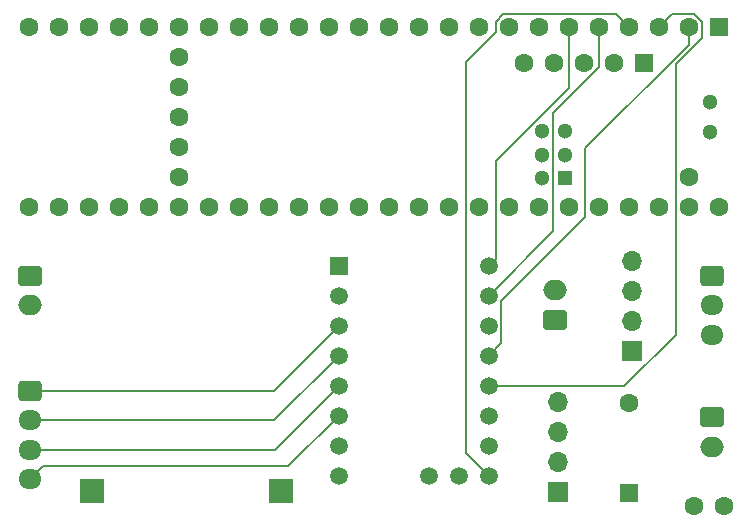
<source format=gbr>
%TF.GenerationSoftware,KiCad,Pcbnew,9.0.1*%
%TF.CreationDate,2025-05-12T18:56:40-04:00*%
%TF.ProjectId,arm,61726d2e-6b69-4636-9164-5f7063625858,rev?*%
%TF.SameCoordinates,Original*%
%TF.FileFunction,Copper,L4,Bot*%
%TF.FilePolarity,Positive*%
%FSLAX46Y46*%
G04 Gerber Fmt 4.6, Leading zero omitted, Abs format (unit mm)*
G04 Created by KiCad (PCBNEW 9.0.1) date 2025-05-12 18:56:40*
%MOMM*%
%LPD*%
G01*
G04 APERTURE LIST*
G04 Aperture macros list*
%AMRoundRect*
0 Rectangle with rounded corners*
0 $1 Rounding radius*
0 $2 $3 $4 $5 $6 $7 $8 $9 X,Y pos of 4 corners*
0 Add a 4 corners polygon primitive as box body*
4,1,4,$2,$3,$4,$5,$6,$7,$8,$9,$2,$3,0*
0 Add four circle primitives for the rounded corners*
1,1,$1+$1,$2,$3*
1,1,$1+$1,$4,$5*
1,1,$1+$1,$6,$7*
1,1,$1+$1,$8,$9*
0 Add four rect primitives between the rounded corners*
20,1,$1+$1,$2,$3,$4,$5,0*
20,1,$1+$1,$4,$5,$6,$7,0*
20,1,$1+$1,$6,$7,$8,$9,0*
20,1,$1+$1,$8,$9,$2,$3,0*%
G04 Aperture macros list end*
%TA.AperFunction,ComponentPad*%
%ADD10R,2.000000X2.000000*%
%TD*%
%TA.AperFunction,ComponentPad*%
%ADD11RoundRect,0.250000X0.750000X-0.600000X0.750000X0.600000X-0.750000X0.600000X-0.750000X-0.600000X0*%
%TD*%
%TA.AperFunction,ComponentPad*%
%ADD12O,2.000000X1.700000*%
%TD*%
%TA.AperFunction,ComponentPad*%
%ADD13RoundRect,0.250000X0.550000X-0.550000X0.550000X0.550000X-0.550000X0.550000X-0.550000X-0.550000X0*%
%TD*%
%TA.AperFunction,ComponentPad*%
%ADD14C,1.600000*%
%TD*%
%TA.AperFunction,ComponentPad*%
%ADD15RoundRect,0.250000X-0.750000X0.600000X-0.750000X-0.600000X0.750000X-0.600000X0.750000X0.600000X0*%
%TD*%
%TA.AperFunction,ComponentPad*%
%ADD16R,1.508000X1.508000*%
%TD*%
%TA.AperFunction,ComponentPad*%
%ADD17C,1.508000*%
%TD*%
%TA.AperFunction,ComponentPad*%
%ADD18R,1.700000X1.700000*%
%TD*%
%TA.AperFunction,ComponentPad*%
%ADD19O,1.700000X1.700000*%
%TD*%
%TA.AperFunction,ComponentPad*%
%ADD20RoundRect,0.250000X-0.725000X0.600000X-0.725000X-0.600000X0.725000X-0.600000X0.725000X0.600000X0*%
%TD*%
%TA.AperFunction,ComponentPad*%
%ADD21O,1.950000X1.700000*%
%TD*%
%TA.AperFunction,ComponentPad*%
%ADD22R,1.600000X1.600000*%
%TD*%
%TA.AperFunction,ComponentPad*%
%ADD23R,1.300000X1.300000*%
%TD*%
%TA.AperFunction,ComponentPad*%
%ADD24C,1.300000*%
%TD*%
%TA.AperFunction,Conductor*%
%ADD25C,0.200000*%
%TD*%
G04 APERTURE END LIST*
D10*
%TO.P,REF\u002A\u002A,1*%
%TO.N,N/C*%
X137500000Y-115250000D03*
%TD*%
D11*
%TO.P,5V,1,Pin_1*%
%TO.N,/Vin*%
X160700000Y-100750000D03*
D12*
%TO.P,5V,2,Pin_2*%
%TO.N,GND*%
X160700000Y-98250000D03*
%TD*%
D13*
%TO.P,SW,1*%
%TO.N,/24V*%
X167000000Y-115370000D03*
D14*
%TO.P,SW,2*%
%TO.N,/Switch*%
X167000000Y-107750000D03*
%TD*%
D15*
%TO.P,RX/TX,1,Pin_1*%
%TO.N,Net-(RX1-Pin_1)*%
X116250000Y-97000000D03*
D12*
%TO.P,RX/TX,2,Pin_2*%
%TO.N,Net-(RX1-Pin_2)*%
X116250000Y-99500000D03*
%TD*%
D16*
%TO.P,TMC_2209,1,GND*%
%TO.N,GND*%
X142400000Y-96170000D03*
D17*
%TO.P,TMC_2209,2,VIO*%
%TO.N,/VIO*%
X142400000Y-98710000D03*
%TO.P,TMC_2209,3,MA1*%
%TO.N,/A1*%
X142400000Y-101250000D03*
%TO.P,TMC_2209,4,MA2*%
%TO.N,/A2*%
X142400000Y-103790000D03*
%TO.P,TMC_2209,5,MB1*%
%TO.N,/B1*%
X142400000Y-106330000D03*
%TO.P,TMC_2209,6,MB2*%
%TO.N,/B2*%
X142400000Y-108870000D03*
%TO.P,TMC_2209,7,GND*%
%TO.N,GND*%
X142400000Y-111410000D03*
%TO.P,TMC_2209,8,VM*%
%TO.N,/24V*%
X142400000Y-113950000D03*
%TO.P,TMC_2209,9,DIR*%
%TO.N,Net-(TMC_2209-DIR)*%
X155100000Y-96170000D03*
%TO.P,TMC_2209,10,STEP*%
%TO.N,Net-(TMC_2209-STEP)*%
X155100000Y-98710000D03*
%TO.P,TMC_2209,11,CLK*%
%TO.N,unconnected-(TMC_2209-CLK-Pad11)*%
X155100000Y-101250000D03*
%TO.P,TMC_2209,12,TX*%
%TO.N,Net-(TMC_2209-TX)*%
X155100000Y-103790000D03*
%TO.P,TMC_2209,13,RX*%
%TO.N,Net-(TMC_2209-RX)*%
X155100000Y-106330000D03*
%TO.P,TMC_2209,14,MS2*%
%TO.N,unconnected-(TMC_2209-MS2-Pad14)*%
X155100000Y-108870000D03*
%TO.P,TMC_2209,15,MS1*%
%TO.N,unconnected-(TMC_2209-MS1-Pad15)*%
X155100000Y-111410000D03*
%TO.P,TMC_2209,16,~{EN}*%
%TO.N,Net-(TMC_2209-~{EN})*%
X155100000Y-113950000D03*
%TO.P,TMC_2209,17,INDEX*%
%TO.N,unconnected-(TMC_2209-INDEX-Pad17)*%
X150020000Y-113950000D03*
%TO.P,TMC_2209,18,DIAG*%
%TO.N,unconnected-(TMC_2209-DIAG-Pad18)*%
X152560000Y-113950000D03*
%TD*%
D10*
%TO.P,REF\u002A\u002A,1*%
%TO.N,N/C*%
X121500000Y-115250000D03*
%TD*%
D18*
%TO.P,Ground,1,Pin_1*%
%TO.N,GND*%
X167250000Y-103370000D03*
D19*
%TO.P,Ground,2,Pin_2*%
X167250000Y-100830000D03*
%TO.P,Ground,3,Pin_3*%
X167250000Y-98290000D03*
%TO.P,Ground,4,Pin_4*%
X167250000Y-95750000D03*
%TD*%
D14*
%TO.P,C1,1*%
%TO.N,/24V*%
X175000000Y-116500000D03*
%TO.P,C1,2*%
%TO.N,GND*%
X172500000Y-116500000D03*
%TD*%
D15*
%TO.P,24V,1,Pin_1*%
%TO.N,GND*%
X174000000Y-109000000D03*
D12*
%TO.P,24V,2,Pin_2*%
%TO.N,/Switch*%
X174000000Y-111500000D03*
%TD*%
D20*
%TO.P,Stepper,1,Pin_1*%
%TO.N,/A1*%
X116250000Y-106750000D03*
D21*
%TO.P,Stepper,2,Pin_2*%
%TO.N,/A2*%
X116250000Y-109250000D03*
%TO.P,Stepper,3,Pin_3*%
%TO.N,/B1*%
X116250000Y-111750000D03*
%TO.P,Stepper,4,Pin_4*%
%TO.N,/B2*%
X116250000Y-114250000D03*
%TD*%
D22*
%TO.P,Teensy1,1,GND*%
%TO.N,unconnected-(Teensy1-GND-Pad1)*%
X174570000Y-75948400D03*
D14*
%TO.P,Teensy1,2,0_RX1_CRX2_CS1*%
%TO.N,Net-(TMC_2209-TX)*%
X172030000Y-75948400D03*
%TO.P,Teensy1,3,1_TX1_CTX2_MISO1*%
%TO.N,Net-(TMC_2209-RX)*%
X169490000Y-75948400D03*
%TO.P,Teensy1,4,2_OUT2*%
%TO.N,Net-(TMC_2209-~{EN})*%
X166950000Y-75948400D03*
%TO.P,Teensy1,5,3_LRCLK2*%
%TO.N,Net-(TMC_2209-STEP)*%
X164410000Y-75948400D03*
%TO.P,Teensy1,6,4_BCLK2*%
%TO.N,Net-(TMC_2209-DIR)*%
X161870000Y-75948400D03*
%TO.P,Teensy1,7,5_IN2*%
%TO.N,unconnected-(Teensy1-5_IN2-Pad7)*%
X159330000Y-75948400D03*
%TO.P,Teensy1,8,6_OUT1D*%
%TO.N,unconnected-(Teensy1-6_OUT1D-Pad8)*%
X156790000Y-75948400D03*
%TO.P,Teensy1,9,7_RX2_OUT1A*%
%TO.N,Net-(RX1-Pin_2)*%
X154250000Y-75948400D03*
%TO.P,Teensy1,10,8_TX2_IN1*%
%TO.N,Net-(RX1-Pin_1)*%
X151710000Y-75948400D03*
%TO.P,Teensy1,11,9_OUT1C*%
%TO.N,unconnected-(Teensy1-9_OUT1C-Pad11)*%
X149170000Y-75948400D03*
%TO.P,Teensy1,12,10_CS_MQSR*%
%TO.N,unconnected-(Teensy1-10_CS_MQSR-Pad12)*%
X146630000Y-75948400D03*
%TO.P,Teensy1,13,11_MOSI_CTX1*%
%TO.N,unconnected-(Teensy1-11_MOSI_CTX1-Pad13)*%
X144090000Y-75948400D03*
%TO.P,Teensy1,14,12_MISO_MQSL*%
%TO.N,unconnected-(Teensy1-12_MISO_MQSL-Pad14)*%
X141550000Y-75948400D03*
%TO.P,Teensy1,15,3V3*%
%TO.N,unconnected-(Teensy1-3V3-Pad15)*%
X139010000Y-75948400D03*
%TO.P,Teensy1,16,24_A10_TX6_SCL2*%
%TO.N,unconnected-(Teensy1-24_A10_TX6_SCL2-Pad16)*%
X136470000Y-75948400D03*
%TO.P,Teensy1,17,25_A11_RX6_SDA2*%
%TO.N,unconnected-(Teensy1-25_A11_RX6_SDA2-Pad17)*%
X133930000Y-75948400D03*
%TO.P,Teensy1,18,26_A12_MOSI1*%
%TO.N,unconnected-(Teensy1-26_A12_MOSI1-Pad18)*%
X131390000Y-75948400D03*
%TO.P,Teensy1,19,27_A13_SCK1*%
%TO.N,unconnected-(Teensy1-27_A13_SCK1-Pad19)*%
X128850000Y-75948400D03*
%TO.P,Teensy1,20,28_RX7*%
%TO.N,unconnected-(Teensy1-28_RX7-Pad20)*%
X126310000Y-75948400D03*
%TO.P,Teensy1,21,29_TX7*%
%TO.N,unconnected-(Teensy1-29_TX7-Pad21)*%
X123770000Y-75948400D03*
%TO.P,Teensy1,22,30_CRX3*%
%TO.N,unconnected-(Teensy1-30_CRX3-Pad22)*%
X121230000Y-75948400D03*
%TO.P,Teensy1,23,31_CTX3*%
%TO.N,unconnected-(Teensy1-31_CTX3-Pad23)*%
X118690000Y-75948400D03*
%TO.P,Teensy1,24,32_OUT1B*%
%TO.N,unconnected-(Teensy1-32_OUT1B-Pad24)*%
X116150000Y-75948400D03*
%TO.P,Teensy1,25,33_MCLK2*%
%TO.N,unconnected-(Teensy1-33_MCLK2-Pad25)*%
X116150000Y-91188400D03*
%TO.P,Teensy1,26,34_RX8*%
%TO.N,unconnected-(Teensy1-34_RX8-Pad26)*%
X118690000Y-91188400D03*
%TO.P,Teensy1,27,35_TX8*%
%TO.N,unconnected-(Teensy1-35_TX8-Pad27)*%
X121230000Y-91188400D03*
%TO.P,Teensy1,28,36_CS*%
%TO.N,unconnected-(Teensy1-36_CS-Pad28)*%
X123770000Y-91188400D03*
%TO.P,Teensy1,29,37_CS*%
%TO.N,unconnected-(Teensy1-37_CS-Pad29)*%
X126310000Y-91188400D03*
%TO.P,Teensy1,30,38_CS1_IN1*%
%TO.N,unconnected-(Teensy1-38_CS1_IN1-Pad30)*%
X128850000Y-91188400D03*
%TO.P,Teensy1,31,39_MISO1_OUT1A*%
%TO.N,unconnected-(Teensy1-39_MISO1_OUT1A-Pad31)*%
X131390000Y-91188400D03*
%TO.P,Teensy1,32,40_A16*%
%TO.N,unconnected-(Teensy1-40_A16-Pad32)*%
X133930000Y-91188400D03*
%TO.P,Teensy1,33,41_A17*%
%TO.N,unconnected-(Teensy1-41_A17-Pad33)*%
X136470000Y-91188400D03*
%TO.P,Teensy1,34,GND*%
%TO.N,unconnected-(Teensy1-GND-Pad34)*%
X139010000Y-91188400D03*
%TO.P,Teensy1,35,13_SCK_LED*%
%TO.N,unconnected-(Teensy1-13_SCK_LED-Pad35)*%
X141550000Y-91188400D03*
%TO.P,Teensy1,36,14_A0_TX3_SPDIF_OUT*%
%TO.N,unconnected-(Teensy1-14_A0_TX3_SPDIF_OUT-Pad36)*%
X144090000Y-91188400D03*
%TO.P,Teensy1,37,15_A1_RX3_SPDIF_IN*%
%TO.N,unconnected-(Teensy1-15_A1_RX3_SPDIF_IN-Pad37)*%
X146630000Y-91188400D03*
%TO.P,Teensy1,38,16_A2_RX4_SCL1*%
%TO.N,unconnected-(Teensy1-16_A2_RX4_SCL1-Pad38)*%
X149170000Y-91188400D03*
%TO.P,Teensy1,39,17_A3_TX4_SDA1*%
%TO.N,unconnected-(Teensy1-17_A3_TX4_SDA1-Pad39)*%
X151710000Y-91188400D03*
%TO.P,Teensy1,40,18_A4_SDA*%
%TO.N,Net-(Linear1-Pin_3)*%
X154250000Y-91188400D03*
%TO.P,Teensy1,41,19_A5_SCL*%
%TO.N,Net-(Linear1-Pin_2)*%
X156790000Y-91188400D03*
%TO.P,Teensy1,42,20_A6_TX5_LRCLK1*%
%TO.N,unconnected-(Teensy1-20_A6_TX5_LRCLK1-Pad42)*%
X159330000Y-91188400D03*
%TO.P,Teensy1,43,21_A7_RX5_BCLK1*%
%TO.N,Net-(Linear1-Pin_1)*%
X161870000Y-91188400D03*
%TO.P,Teensy1,44,22_A8_CTX1*%
%TO.N,unconnected-(Teensy1-22_A8_CTX1-Pad44)*%
X164410000Y-91188400D03*
%TO.P,Teensy1,45,23_A9_CRX1_MCLK1*%
%TO.N,unconnected-(Teensy1-23_A9_CRX1_MCLK1-Pad45)*%
X166950000Y-91188400D03*
%TO.P,Teensy1,46,3V3*%
%TO.N,/VIO*%
X169490000Y-91188400D03*
%TO.P,Teensy1,47,GND*%
%TO.N,GND*%
X172030000Y-91188400D03*
%TO.P,Teensy1,48,VIN*%
%TO.N,/Vin*%
X174570000Y-91188400D03*
%TO.P,Teensy1,49,VUSB*%
%TO.N,unconnected-(Teensy1-VUSB-Pad49)*%
X172030000Y-88648400D03*
%TO.P,Teensy1,50,VBAT*%
%TO.N,unconnected-(Teensy1-VBAT-Pad50)*%
X128850000Y-78488400D03*
%TO.P,Teensy1,51,3V3*%
%TO.N,unconnected-(Teensy1-3V3-Pad51)*%
X128850000Y-81028400D03*
%TO.P,Teensy1,52,GND*%
%TO.N,unconnected-(Teensy1-GND-Pad52)*%
X128850000Y-83568400D03*
%TO.P,Teensy1,53,PROGRAM*%
%TO.N,unconnected-(Teensy1-PROGRAM-Pad53)*%
X128850000Y-86108400D03*
%TO.P,Teensy1,54,ON_OFF*%
%TO.N,unconnected-(Teensy1-ON_OFF-Pad54)*%
X128850000Y-88648400D03*
D22*
%TO.P,Teensy1,55,5V*%
%TO.N,unconnected-(Teensy1-5V-Pad55)*%
X168270800Y-78999200D03*
D14*
%TO.P,Teensy1,56,D-*%
%TO.N,unconnected-(Teensy1-D--Pad56)*%
X165730800Y-78999200D03*
%TO.P,Teensy1,57,D+*%
%TO.N,unconnected-(Teensy1-D+-Pad57)*%
X163190800Y-78999200D03*
%TO.P,Teensy1,58,GND*%
%TO.N,unconnected-(Teensy1-GND-Pad58)*%
X160650800Y-78999200D03*
%TO.P,Teensy1,59,GND*%
%TO.N,unconnected-(Teensy1-GND-Pad59)*%
X158110800Y-78999200D03*
D23*
%TO.P,Teensy1,60,R+*%
%TO.N,unconnected-(Teensy1-R+-Pad60)*%
X161600000Y-88750000D03*
D24*
%TO.P,Teensy1,61,LED*%
%TO.N,unconnected-(Teensy1-LED-Pad61)*%
X161600000Y-86750000D03*
%TO.P,Teensy1,62,T-*%
%TO.N,unconnected-(Teensy1-T--Pad62)*%
X161600000Y-84750000D03*
%TO.P,Teensy1,63,T+*%
%TO.N,unconnected-(Teensy1-T+-Pad63)*%
X159600000Y-84750000D03*
%TO.P,Teensy1,64,GND*%
%TO.N,unconnected-(Teensy1-GND-Pad64)*%
X159600000Y-86750000D03*
%TO.P,Teensy1,65,R-*%
%TO.N,unconnected-(Teensy1-R--Pad65)*%
X159600000Y-88750000D03*
%TO.P,Teensy1,66,D-*%
%TO.N,unconnected-(Teensy1-D--Pad66)*%
X173840000Y-84838400D03*
%TO.P,Teensy1,67,D+*%
%TO.N,unconnected-(Teensy1-D+-Pad67)*%
X173840000Y-82298400D03*
%TD*%
D20*
%TO.P,Linear Actuator,1,Pin_1*%
%TO.N,Net-(Linear1-Pin_1)*%
X174000000Y-97000000D03*
D21*
%TO.P,Linear Actuator,2,Pin_2*%
%TO.N,Net-(Linear1-Pin_2)*%
X174000000Y-99500000D03*
%TO.P,Linear Actuator,3,Pin_3*%
%TO.N,Net-(Linear1-Pin_3)*%
X174000000Y-102000000D03*
%TD*%
D18*
%TO.P,5V_BUCK,1,SHDN*%
%TO.N,unconnected-(5V_BUCK1-SHDN-Pad1)*%
X161000000Y-115330000D03*
D19*
%TO.P,5V_BUCK,2,Vin*%
%TO.N,/24V*%
X161000000Y-112790000D03*
%TO.P,5V_BUCK,3,GND*%
%TO.N,GND*%
X161000000Y-110250000D03*
%TO.P,5V_BUCK,4,Vout*%
%TO.N,/Vin*%
X161000000Y-107710000D03*
%TD*%
D25*
%TO.N,/A2*%
X116250000Y-109250000D02*
X136940000Y-109250000D01*
X136940000Y-109250000D02*
X142400000Y-103790000D01*
%TO.N,/A1*%
X136900000Y-106750000D02*
X142400000Y-101250000D01*
X116250000Y-106750000D02*
X136900000Y-106750000D01*
%TO.N,/B1*%
X116250000Y-111750000D02*
X136980000Y-111750000D01*
X136980000Y-111750000D02*
X142400000Y-106330000D01*
%TO.N,/B2*%
X116250000Y-114250000D02*
X117351000Y-113149000D01*
X117351000Y-113149000D02*
X138121000Y-113149000D01*
X138121000Y-113149000D02*
X142400000Y-108870000D01*
%TO.N,Net-(TMC_2209-RX)*%
X155100000Y-106330000D02*
X166592000Y-106330000D01*
X166592000Y-106330000D02*
X170929000Y-101993000D01*
X172486050Y-74847400D02*
X170591000Y-74847400D01*
X173131000Y-76908100D02*
X173131000Y-75492350D01*
X173131000Y-75492350D02*
X172486050Y-74847400D01*
X170929000Y-101993000D02*
X170929000Y-79110100D01*
X170591000Y-74847400D02*
X169490000Y-75948400D01*
X170929000Y-79110100D02*
X173131000Y-76908100D01*
%TO.N,Net-(TMC_2209-DIR)*%
X161870000Y-75948400D02*
X161870000Y-81135082D01*
X155689000Y-87316082D02*
X155689000Y-95581000D01*
X161870000Y-81135082D02*
X155689000Y-87316082D01*
X155689000Y-95581000D02*
X155100000Y-96170000D01*
%TO.N,Net-(TMC_2209-STEP)*%
X160551000Y-83196050D02*
X164410000Y-79337050D01*
X155100000Y-98710000D02*
X160551000Y-93259000D01*
X164410000Y-79337050D02*
X164410000Y-75948400D01*
X160551000Y-93259000D02*
X160551000Y-83196050D01*
%TO.N,Net-(TMC_2209-~{EN})*%
X153149000Y-111999000D02*
X153149000Y-78944450D01*
X155689000Y-76404450D02*
X155689000Y-75492350D01*
X155100000Y-113950000D02*
X153149000Y-111999000D01*
X155689000Y-75492350D02*
X156333950Y-74847400D01*
X165849000Y-74847400D02*
X166950000Y-75948400D01*
X156333950Y-74847400D02*
X165849000Y-74847400D01*
X153149000Y-78944450D02*
X155689000Y-76404450D01*
%TO.N,Net-(TMC_2209-TX)*%
X156155000Y-102735000D02*
X156155000Y-99146996D01*
X156155000Y-99146996D02*
X163250000Y-92051996D01*
X172030000Y-77442000D02*
X172030000Y-75948400D01*
X163250000Y-92051996D02*
X163250000Y-86222000D01*
X163250000Y-86222000D02*
X172030000Y-77442000D01*
X155100000Y-103790000D02*
X156155000Y-102735000D01*
%TD*%
M02*

</source>
